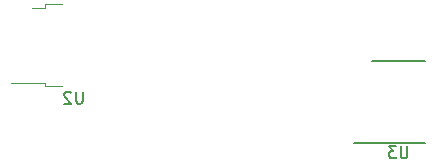
<source format=gbr>
G04 #@! TF.GenerationSoftware,KiCad,Pcbnew,5.1.2-1.fc30*
G04 #@! TF.CreationDate,2019-08-07T12:15:18+02:00*
G04 #@! TF.ProjectId,term,7465726d-2e6b-4696-9361-645f70636258,rev?*
G04 #@! TF.SameCoordinates,Original*
G04 #@! TF.FileFunction,Legend,Bot*
G04 #@! TF.FilePolarity,Positive*
%FSLAX46Y46*%
G04 Gerber Fmt 4.6, Leading zero omitted, Abs format (unit mm)*
G04 Created by KiCad (PCBNEW 5.1.2-1.fc30) date 2019-08-07 12:15:18*
%MOMM*%
%LPD*%
G04 APERTURE LIST*
%ADD10C,0.120000*%
%ADD11C,0.150000*%
G04 APERTURE END LIST*
D10*
X159744000Y-110638000D02*
X158244000Y-110638000D01*
X158244000Y-110638000D02*
X158244000Y-110368000D01*
X158244000Y-110368000D02*
X155414000Y-110368000D01*
X159744000Y-103738000D02*
X158244000Y-103738000D01*
X158244000Y-103738000D02*
X158244000Y-104008000D01*
X158244000Y-104008000D02*
X157144000Y-104008000D01*
D11*
X185989000Y-108564000D02*
X190439000Y-108564000D01*
X184464000Y-115464000D02*
X190439000Y-115464000D01*
X161475904Y-111140380D02*
X161475904Y-111949904D01*
X161428285Y-112045142D01*
X161380666Y-112092761D01*
X161285428Y-112140380D01*
X161094952Y-112140380D01*
X160999714Y-112092761D01*
X160952095Y-112045142D01*
X160904476Y-111949904D01*
X160904476Y-111140380D01*
X160475904Y-111235619D02*
X160428285Y-111188000D01*
X160333047Y-111140380D01*
X160094952Y-111140380D01*
X159999714Y-111188000D01*
X159952095Y-111235619D01*
X159904476Y-111330857D01*
X159904476Y-111426095D01*
X159952095Y-111568952D01*
X160523523Y-112140380D01*
X159904476Y-112140380D01*
X188975904Y-115766380D02*
X188975904Y-116575904D01*
X188928285Y-116671142D01*
X188880666Y-116718761D01*
X188785428Y-116766380D01*
X188594952Y-116766380D01*
X188499714Y-116718761D01*
X188452095Y-116671142D01*
X188404476Y-116575904D01*
X188404476Y-115766380D01*
X188023523Y-115766380D02*
X187404476Y-115766380D01*
X187737809Y-116147333D01*
X187594952Y-116147333D01*
X187499714Y-116194952D01*
X187452095Y-116242571D01*
X187404476Y-116337809D01*
X187404476Y-116575904D01*
X187452095Y-116671142D01*
X187499714Y-116718761D01*
X187594952Y-116766380D01*
X187880666Y-116766380D01*
X187975904Y-116718761D01*
X188023523Y-116671142D01*
M02*

</source>
